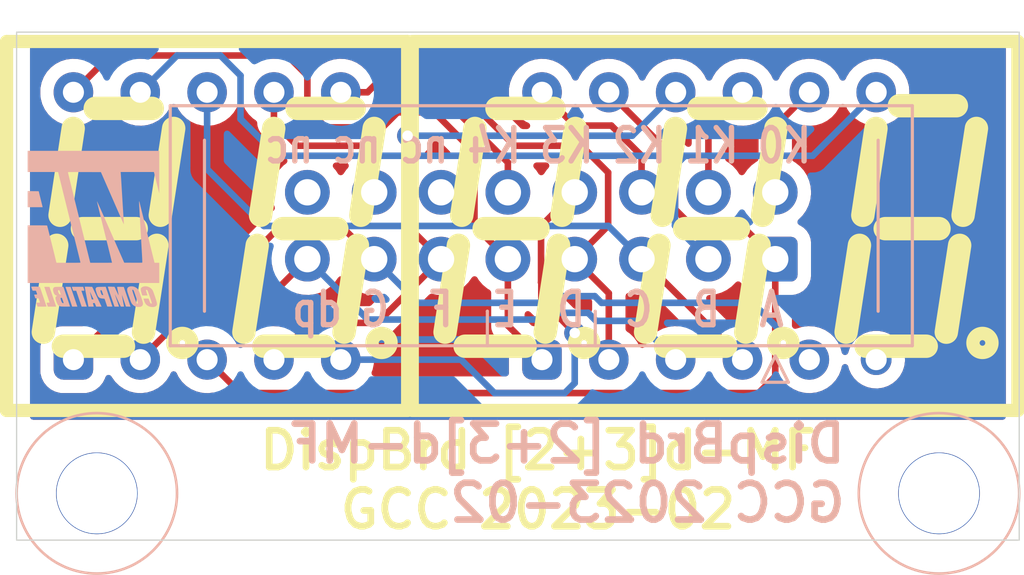
<source format=kicad_pcb>
(kicad_pcb (version 20211014) (generator pcbnew)
  (layers (0 "F.Cu" signal) (31 "B.Cu" signal) (36 "B.SilkS" user "B.Silkscreen") (37 "F.SilkS" user "F.Silkscreen") (38 "B.Mask" user) (39 "F.Mask" user) (44 "Edge.Cuts" user))
  (net 0 "")
  (net 1 "/K_SegA")
  (net 2 "/K_SegB")
  (net 3 "/K_SegC")
  (net 4 "/K_SegDP")
  (net 5 "/A0")
  (net 6 "/K_SegD")
  (net 7 "/K_SegE")
  (net 8 "/K_SegG")
  (net 9 "/K_SegF")
  (net 10 "/A1")
  (net 11 "/A2")
  (net 12 "/A3")
  (net 13 "/A4")
  (footprint "GCC_Display:Disp7s2x_036" (layer "F.Cu") (at 32.639 30.226)
    (fp_text reference "S9" hide)
    (fp_text value "LEDDSP2_CA" hide)
    (fp_line (start 6.35 -3.70586) (end 5.842 -0.4064) (layer "F.SilkS") (width 0.889))
    (fp_line (start 3.42138 -4.46786) (end 5.588 -4.46786) (layer "F.SilkS") (width 0.889))
    (fp_line (start 1.905 0.7366) (end 1.397 4.03606) (layer "F.SilkS") (width 0.889))
    (fp_line (start 5.71246 0.7366) (end 5.20446 4.03606) (layer "F.SilkS") (width 0.889))
    (fp_line (start -4.24942 -4.46786) (end -2.0828 -4.46786) (layer "F.SilkS") (width 0.889))
    (fp_line (start 7.62 7.0104) (end -7.62 7.0104) (layer "F.SilkS") (width 0.5))
    (fp_line (start -1.90754 0.7366) (end -2.41554 4.03606) (layer "F.SilkS") (width 0.889))
    (fp_line (start 2.159 4.56946) (end 4.44246 4.56946) (layer "F.SilkS") (width 0.889))
    (fp_line (start -7.62 -7.0104) (end 7.62 -7.0104) (layer "F.SilkS") (width 0.5))
    (fp_line (start -5.08762 -3.70586) (end -5.588 -0.4064) (layer "F.SilkS") (width 0.889))
    (fp_line (start -5.461 4.56946) (end -3.17754 4.56946) (layer "F.SilkS") (width 0.889))
    (fp_line (start 2.53238 -3.70586) (end 2.032 -0.4064) (layer "F.SilkS") (width 0.889))
    (fp_line (start -1.27 -3.70586) (end -1.778 -0.4064) (layer "F.SilkS") (width 0.889))
    (fp_line (start 7.62 -7.0104) (end 7.62 7.0104) (layer "F.SilkS") (width 0.5))
    (fp_line (start -5.715 0.7366) (end -6.223 4.03606) (layer "F.SilkS") (width 0.889))
    (fp_line (start 4.9276 0.1016) (end 2.8829 0.1016) (layer "F.SilkS") (width 0.889))
    (fp_line (start -2.6924 0.1016) (end -4.7371 0.1016) (layer "F.SilkS") (width 0.889))
    (fp_line (start -7.62 7.0104) (end -7.62 -7.0104) (layer "F.SilkS") (width 0.5))
    (fp_circle (center 6.6294 4.445) (end 6.8834 4.18846) (layer "F.SilkS") (width 0.508) (fill none))
    (fp_circle (center -0.9398 4.445) (end -0.6858 4.18846) (layer "F.SilkS") (width 0.508) (fill none))
    (pad "1" thru_hole roundrect locked (at -5.08 5.08 90) (size 1.524 1.50114) (drill 0.8001) (layers *.Cu *.Mask) (net 8 "/K_SegG"))
    (pad "2" thru_hole oval locked (at -2.54 5.08 90) (size 1.524 1.50114) (drill 0.8001) (layers *.Cu *.Mask) (net 4 "/K_SegDP"))
    (pad "3" thru_hole oval locked (at 0 5.08 90) (size 1.524 1.50114) (drill 0.8001) (layers *.Cu *.Mask) (net 1 "/K_SegA"))
    (pad "4" thru_hole oval locked (at 2.54 5.08 90) (size 1.524 1.50114) (drill 0.8001) (layers *.Cu *.Mask) (net 9 "/K_SegF"))
    (pad "5" thru_hole oval locked (at 5.08 5.08 90) (size 1.524 1.50114) (drill 0.8001) (layers *.Cu *.Mask) (net 12 "/A3"))
    (pad "6" thru_hole oval locked (at 5.08 -5.08 90) (size 1.524 1.50114) (drill 0.8001) (layers *.Cu *.Mask) (net 6 "/K_SegD"))
    (pad "7" thru_hole oval locked (at 2.54 -5.08 90) (size 1.524 1.50114) (drill 0.8001) (layers *.Cu *.Mask) (net 7 "/K_SegE"))
    (pad "8" thru_hole oval locked (at 0 -5.08 90) (size 1.524 1.50114) (drill 0.8001) (layers *.Cu *.Mask) (net 3 "/K_SegC"))
    (pad "9" thru_hole oval locked (at -2.54 -5.08 90) (size 1.524 1.50114) (drill 0.8001) (layers *.Cu *.Mask) (net 2 "/K_SegB"))
    (pad "10" thru_hole oval locked (at -5.08 -5.08 90) (size 1.524 1.50114) (drill 0.8001) (layers *.Cu *.Mask) (net 13 "/A4"))
  )
  (footprint "GCC_Display:Disp7s3x_036" (layer "F.Cu") (at 51.7144 30.226)
    (fp_text reference "S8" hide)
    (fp_text value "LEDDSP3_CA" hide)
    (fp_line (start 10.16 -3.70586) (end 9.652 -0.4064) (layer "F.SilkS") (width 0.889))
    (fp_line (start 8.7376 0.1016) (end 6.6929 0.1016) (layer "F.SilkS") (width 0.889))
    (fp_line (start 2.54 -3.70586) (end 2.032 -0.4064) (layer "F.SilkS") (width 0.889))
    (fp_line (start -8.05942 -4.46786) (end -5.8928 -4.46786) (layer "F.SilkS") (width 0.889))
    (fp_line (start -5.08 -3.70586) (end -5.588 -0.4064) (layer "F.SilkS") (width 0.889))
    (fp_line (start -0.38862 -4.46786) (end 1.778 -4.46786) (layer "F.SilkS") (width 0.889))
    (fp_line (start -6.5024 0.1016) (end -8.5471 0.1016) (layer "F.SilkS") (width 0.889))
    (fp_line (start -1.651 4.56946) (end 0.63246 4.56946) (layer "F.SilkS") (width 0.889))
    (fp_line (start -5.71754 0.7366) (end -6.22554 4.03606) (layer "F.SilkS") (width 0.889))
    (fp_line (start 5.715 0.7366) (end 5.207 4.03606) (layer "F.SilkS") (width 0.889))
    (fp_line (start -1.905 0.7366) (end -2.413 4.03606) (layer "F.SilkS") (width 0.889))
    (fp_line (start -8.89762 -3.70586) (end -9.398 -0.4064) (layer "F.SilkS") (width 0.889))
    (fp_line (start 11.7348 -7.0104) (end 11.7348 7.0104) (layer "F.SilkS") (width 0.5))
    (fp_line (start -11.2268 -7.0104) (end 11.7348 -7.0104) (layer "F.SilkS") (width 0.5))
    (fp_line (start 5.969 4.56946) (end 8.25246 4.56946) (layer "F.SilkS") (width 0.889))
    (fp_line (start -11.2776 7.0104) (end -11.2776 -7.0104) (layer "F.SilkS") (width 0.5))
    (fp_line (start 1.90246 0.7366) (end 1.39446 4.03606) (layer "F.SilkS") (width 0.889))
    (fp_line (start 9.52246 0.7366) (end 9.01446 4.03606) (layer "F.SilkS") (width 0.889))
    (fp_line (start 11.7348 7.0104) (end -11.2776 7.0104) (layer "F.SilkS") (width 0.5))
    (fp_line (start 6.34238 -3.70586) (end 5.842 -0.4064) (layer "F.SilkS") (width 0.889))
    (fp_line (start 1.1176 0.1016) (end -0.9271 0.1016) (layer "F.SilkS") (width 0.889))
    (fp_line (start -9.525 0.7366) (end -10.033 4.03606) (layer "F.SilkS") (width 0.889))
    (fp_line (start -9.271 4.56946) (end -6.98754 4.56946) (layer "F.SilkS") (width 0.889))
    (fp_line (start -1.27762 -3.70586) (end -1.778 -0.4064) (layer "F.SilkS") (width 0.889))
    (fp_line (start 7.23138 -4.56946) (end 9.398 -4.56946) (layer "F.SilkS") (width 0.889))
    (fp_circle (center -4.7498 4.445) (end -4.4958 4.18846) (layer "F.SilkS") (width 0.508) (fill none))
    (fp_circle (center 10.3886 4.445) (end 10.6426 4.18846) (layer "F.SilkS") (width 0.508) (fill none))
    (fp_circle (center 2.8194 4.445) (end 3.0734 4.18846) (layer "F.SilkS") (width 0.508) (fill none))
    (pad "1" thru_hole roundrect locked (at -6.35 5.08 90) (size 1.524 1.50114) (drill 0.8001) (layers *.Cu *.Mask) (net 7 "/K_SegE"))
    (pad "2" thru_hole oval locked (at -3.81 5.08 90) (size 1.524 1.50114) (drill 0.8001) (layers *.Cu *.Mask) (net 6 "/K_SegD"))
    (pad "3" thru_hole oval locked (at -1.27 5.08 90) (size 1.524 1.50114) (drill 0.8001) (layers *.Cu *.Mask) (net 4 "/K_SegDP"))
    (pad "4" thru_hole oval locked (at 1.27 5.08 90) (size 1.524 1.50114) (drill 0.8001) (layers *.Cu *.Mask) (net 3 "/K_SegC"))
    (pad "5" thru_hole oval locked (at 3.81 5.08 90) (size 1.524 1.50114) (drill 0.8001) (layers *.Cu *.Mask) (net 8 "/K_SegG"))
    (pad "6" thru_hole oval locked (at 6.35 5.08 90) (size 1.1684 1.1684) (drill 0.8001) (layers F&B.Cu *.Mask))
    (pad "7" thru_hole oval locked (at 6.35 -5.08 90) (size 1.524 1.50114) (drill 0.8001) (layers *.Cu *.Mask) (net 2 "/K_SegB"))
    (pad "8" thru_hole oval locked (at 3.81 -5.08 90) (size 1.524 1.50114) (drill 0.8001) (layers *.Cu *.Mask) (net 5 "/A0"))
    (pad "9" thru_hole oval locked (at 1.27 -5.08 90) (size 1.524 1.50114) (drill 0.8001) (layers *.Cu *.Mask) (net 10 "/A1"))
    (pad "10" thru_hole oval locked (at -1.27 -5.08 90) (size 1.524 1.50114) (drill 0.8001) (layers *.Cu *.Mask) (net 9 "/K_SegF"))
    (pad "11" thru_hole oval locked (at -3.81 -5.08 90) (size 1.524 1.50114) (drill 0.8001) (layers *.Cu *.Mask) (net 1 "/K_SegA"))
    (pad "12" thru_hole oval locked (at -6.34746 -5.08 90) (size 1.524 1.50114) (drill 0.8001) (layers *.Cu *.Mask) (net 11 "/A2"))
  )
  (footprint "GCC_holes:Hole3mm" (layer "B.Cu") (at 28.448 40.386)
    (fp_text reference "H15" hide)
    (fp_text value "MountingHole" hide)
    (fp_circle (center 0 0) (end 0 3.048) (layer "B.SilkS") (width 0.1) (fill none))
    (pad "" np_thru_hole circle locked (at 0 0) (size 3.1 3.1) (drill 3.05) (layers F&B.Cu *.Mask))
  )
  (footprint "GCC_holes:Hole3mm" (layer "B.Cu") (at 60.452 40.386)
    (fp_text reference "H16" hide)
    (fp_text value "MountingHole" hide)
    (fp_circle (center 0 0) (end 0 3.048) (layer "B.SilkS") (width 0.1) (fill none))
    (pad "" np_thru_hole circle locked (at 0 0) (size 3.1 3.1) (drill 3.05) (layers F&B.Cu *.Mask))
  )
  (footprint "Connector_IDC:IDC-Header_2x08_P2.54mm_Vertical" (layer "B.Cu") (at 54.229 31.4865 90)
    (fp_text reference "P10" hide)
    (fp_text value "Conn_02x08_Odd_Even")
    (fp_line (start -1.98 -10.94) (end -1.98 -10.94) (layer "B.SilkS") (width 0.12))
    (fp_line (start -1.98 3.91) (end 4.52 3.91) (layer "B.SilkS") (width 0.12))
    (fp_line (start -1.98 -10.94) (end -3.29 -10.94) (layer "B.SilkS") (width 0.12))
    (fp_line (start -3.29 -6.84) (end -1.98 -6.84) (layer "B.SilkS") (width 0.12))
    (fp_line (start -3.29 -22.99) (end -3.29 5.21) (layer "B.SilkS") (width 0.12))
    (fp_line (start -4.68 -0.5) (end -3.68 0) (layer "B.SilkS") (width 0.12))
    (fp_line (start -3.68 0) (end -4.68 0.5) (layer "B.SilkS") (width 0.12))
    (fp_line (start 5.83 5.21) (end 5.83 -22.99) (layer "B.SilkS") (width 0.12))
    (fp_line (start -4.68 0.5) (end -4.68 -0.5) (layer "B.SilkS") (width 0.12))
    (fp_line (start -3.29 5.21) (end 5.83 5.21) (layer "B.SilkS") (width 0.12))
    (fp_line (start 5.83 -22.99) (end -3.29 -22.99) (layer "B.SilkS") (width 0.12))
    (fp_line (start 4.52 -21.69) (end -1.98 -21.69) (layer "B.SilkS") (width 0.12))
    (pad "1" thru_hole roundrect (at 0 0 90) (size 1.7 1.7) (drill 1) (layers *.Cu *.Mask) (roundrect_rratio 0.147059) (net 1 "/K_SegA"))
    (pad "2" thru_hole circle (at 2.54 0 90) (size 1.7 1.7) (drill 1) (layers *.Cu *.Mask) (net 5 "/A0"))
    (pad "3" thru_hole circle (at 0 -2.54 90) (size 1.7 1.7) (drill 1) (layers *.Cu *.Mask) (net 2 "/K_SegB"))
    (pad "4" thru_hole circle (at 2.54 -2.54 90) (size 1.7 1.7) (drill 1) (layers *.Cu *.Mask) (net 10 "/A1"))
    (pad "5" thru_hole circle (at 0 -5.08 90) (size 1.7 1.7) (drill 1) (layers *.Cu *.Mask) (net 3 "/K_SegC"))
    (pad "6" thru_hole circle (at 2.54 -5.08 90) (size 1.7 1.7) (drill 1) (layers *.Cu *.Mask) (net 11 "/A2"))
    (pad "7" thru_hole circle (at 0 -7.62 90) (size 1.7 1.7) (drill 1) (layers *.Cu *.Mask) (net 6 "/K_SegD"))
    (pad "8" thru_hole circle (at 2.54 -7.62 90) (size 1.7 1.7) (drill 1) (layers *.Cu *.Mask) (net 12 "/A3"))
    (pad "9" thru_hole circle (at 0 -10.16 90) (size 1.7 1.7) (drill 1) (layers *.Cu *.Mask) (net 7 "/K_SegE"))
    (pad "10" thru_hole circle (at 2.54 -10.16 90) (size 1.7 1.7) (drill 1) (layers *.Cu *.Mask) (net 13 "/A4"))
    (pad "11" thru_hole circle (at 0 -12.7 90) (size 1.7 1.7) (drill 1) (layers *.Cu *.Mask) (net 9 "/K_SegF"))
    (pad "12" thru_hole circle (at 2.54 -12.7 90) (size 1.7 1.7) (drill 1) (layers *.Cu *.Mask))
    (pad "13" thru_hole circle (at 0 -15.24 90) (size 1.7 1.7) (drill 1) (layers *.Cu *.Mask) (net 8 "/K_SegG"))
    (pad "14" thru_hole circle (at 2.54 -15.24 90) (size 1.7 1.7) (drill 1) (layers *.Cu *.Mask))
    (pad "15" thru_hole circle (at 0 -17.78 90) (size 1.7 1.7) (drill 1) (layers *.Cu *.Mask) (net 4 "/K_SegDP"))
    (pad "16" thru_hole circle (at 2.54 -17.78 90) (size 1.7 1.7) (drill 1) (layers *.Cu *.Mask))
  )
  (footprint "GCC_Logos:MF_compatible_5x6mm" (layer "B.Cu") (at 28.321 30.353 180)
    (fp_text reference "G***")
    (fp_text value "LOGO" hide)
    (fp_poly (pts (xy -0.309536 -2.185634) (xy -0.249836 -2.186851) (xy -0.202765 -2.188823) (xy -0.16659 -2.191981) (xy -0.139572 -2.196754) (xy -0.119976 -2.203572) (xy -0.106067 -2.212866) (xy -0.096106 -2.225064) (xy -0.088454 -2.240368) (xy -0.083404 -2.256262) (xy -0.081686 -2.273945) (xy -0.083672 -2.295757) (xy -0.089733 -2.324036) (xy -0.10024 -2.36112) (xy -0.114971 -2.407537) (xy -0.136531 -2.469318) (xy -0.157503 -2.518453) (xy -0.179566 -2.556487) (xy -0.2044 -2.584964) (xy -0.233686 -2.605429) (xy -0.269102 -2.619426) (xy -0.31233 -2.628499) (xy -0.361154 -2.633884) (xy -0.42041 -2.638692) (xy -0.47099 -2.786941) (xy -0.52157 -2.935191) (xy -0.620898 -2.937195) (xy -0.661753 -2.937751) (xy -0.690018 -2.937404) (xy -0.707452 -2.936022) (xy -0.715812 -2.933475) (xy -0.717011 -2.93001) (xy -0.714161 -2.921638) (xy -0.707145 -2.900931) (xy -0.696394 -2.869169) (xy -0.682342 -2.827632) (xy -0.665421 -2.777599) (xy -0.646065 -2.720351) (xy -0.624707 -2.657166) (xy -0.601778 -2.589326) (xy -0.589193 -2.552084) (xy -0.571755 -2.500481) (xy -0.372574 -2.500481) (xy -0.351548 -2.500481) (xy -0.331262 -2.495922) (xy -0.317041 -2.486999) (xy -0.309068 -2.474577) (xy -0.29856 -2.452101) (xy -0.28715 -2.423267) (xy -0.28044 -2.404121) (xy -0.268972 -2.366567) (xy -0.263894 -2.340422) (xy -0.265434 -2.32411) (xy -0.273823 -2.316058) (xy -0.289288 -2.314689) (xy -0.293393 -2.315096) (xy -0.301099 -2.317165) (xy -0.307792 -2.322764) (xy -0.314603 -2.334075) (xy -0.322664 -2.353283) (xy -0.333105 -2.38257) (xy -0.341978 -2.408868) (xy -0.372574 -2.500481) (xy -0.571755 -2.500481) (xy -0.46459 -2.183348)) (layer "B.SilkS") (width 0) (fill solid))
    (fp_poly (pts (xy -1.907414 -2.172321) (xy -1.863158 -2.188434) (xy -1.829964 -2.208707) (xy -1.80907 -2.232667) (xy -1.798918 -2.263112) (xy -1.797949 -2.302843) (xy -1.798122 -2.305232) (xy -1.80199 -2.332246) (xy -1.809577 -2.367618) (xy -1.819683 -2.406204) (xy -1.828149 -2.434017) (xy -1.854524 -2.514851) (xy -1.949968 -2.514851) (xy -1.985571 -2.514558) (xy -2.015781 -2.513755) (xy -2.037807 -2.512557) (xy -2.048854 -2.51108) (xy -2.049526 -2.510738) (xy -2.048853 -2.50281) (xy -2.044173 -2.483887) (xy -2.036205 -2.456544) (xy -2.025671 -2.423355) (xy -2.021891 -2.411969) (xy -2.01059 -2.376945) (xy -2.001576 -2.346428) (xy -1.995601 -2.323166) (xy -1.993413 -2.309904) (xy -1.993601 -2.308303) (xy -2.00314 -2.300633) (xy -2.019346 -2.300161) (xy -2.03679 -2.306323) (xy -2.046377 -2.313783) (xy -2.051971 -2.324014) (xy -2.0614 -2.346107) (xy -2.073993 -2.378279) (xy -2.089076 -2.418747) (xy -2.105977 -2.465727) (xy -2.124025 -2.517436) (xy -2.13239 -2.541916) (xy -2.155883 -2.611184) (xy -2.175043 -2.668061) (xy -2.190144 -2.713768) (xy -2.20146 -2.749526) (xy -2.209264 -2.776555) (xy -2.213831 -2.796078) (xy -2.215434 -2.809314) (xy -2.214347 -2.817486) (xy -2.210844 -2.821813) (xy -2.205199 -2.823517) (xy -2.197686 -2.823819) (xy -2.195621 -2.823819) (xy -2.182741 -2.821419) (xy -2.171065 -2.813037) (xy -2.159433 -2.796898) (xy -2.146685 -2.771229) (xy -2.13166 -2.734256) (xy -2.124384 -2.714909) (xy -2.094204 -2.633409) (xy -2.001532 -2.631389) (xy -1.966243 -2.631086) (xy -1.936138 -2.631706) (xy -1.914138 -2.633125) (xy -1.90316 -2.63522) (xy -1.902661 -2.635567) (xy -1.902644 -2.644328) (xy -1.907218 -2.663223) (xy -1.915314 -2.689178) (xy -1.925863 -2.719117) (xy -1.937797 -2.749965) (xy -1.950046 -2.778648) (xy -1.958598 -2.7965) (xy -1.992231 -2.846957) (xy -2.036215 -2.888767) (xy -2.088844 -2.921105) (xy -2.148413 -2.943145) (xy -2.213218 -2.954063) (xy -2.281553 -2.953032) (xy -2.281919 -2.952994) (xy -2.32605 -2.943603) (xy -2.363601 -2.926283) (xy -2.391701 -2.902581) (xy -2.401495 -2.888486) (xy -2.408594 -2.872319) (xy -2.412627 -2.85393) (xy -2.41332 -2.831843) (xy -2.410402 -2.80458) (xy -2.403601 -2.770664) (xy -2.392644 -2.728616) (xy -2.37726 -2.67696) (xy -2.357176 -2.614218) (xy -2.343211 -2.571999) (xy -2.325315 -2.519135) (xy -2.307625 -2.468327) (xy -2.290986 -2.421889) (xy -2.276238 -2.382134) (xy -2.264225 -2.351374) (xy -2.25579 -2.331922) (xy -2.25566 -2.331658) (xy -2.224031 -2.282412) (xy -2.182544 -2.2406) (xy -2.13349 -2.20706) (xy -2.079159 -2.182625) (xy -2.021842 -2.168134) (xy -1.96383 -2.16442)) (layer "B.SilkS") (width 0) (fill solid))
    (fp_poly (pts (xy 2.500481 0.840679) (xy 1.931702 0.840679) (xy 1.936787 0.863834) (xy 1.939599 0.875769) (xy 1.945468 0.900013) (xy 1.953992 0.934927) (xy 1.964769 0.978872) (xy 1.977396 1.03021) (xy 1.991471 1.087301) (xy 2.006593 1.148507) (xy 2.011271 1.167413) (xy 2.080668 1.447836) (xy 2.290575 1.449741) (xy 2.500481 1.451646)) (layer "B.SilkS") (width 0) (fill solid))
    (fp_poly (pts (xy 1.035081 -2.185711) (xy 1.052446 -2.187099) (xy 1.060744 -2.189659) (xy 1.061906 -2.193101) (xy 1.059056 -2.201474) (xy 1.052039 -2.222181) (xy 1.041289 -2.253942) (xy 1.027238 -2.295475) (xy 1.010321 -2.345499) (xy 0.990969 -2.402735) (xy 0.969616 -2.465901) (xy 0.946696 -2.533718) (xy 0.934253 -2.570537) (xy 0.809816 -2.938783) (xy 0.611569 -2.938783) (xy 0.716107 -2.631612) (xy 0.738664 -2.565333) (xy 0.760612 -2.50084) (xy 0.781344 -2.439922) (xy 0.800251 -2.384364) (xy 0.816725 -2.335955) (xy 0.830158 -2.296481) (xy 0.839942 -2.26773) (xy 0.843872 -2.256181) (xy 0.867098 -2.187921) (xy 0.966109 -2.185916) (xy 1.00689 -2.18536)) (layer "B.SilkS") (width 0) (fill solid))
    (fp_poly (pts (xy 2.500481 2.177143) (xy 1.344204 2.177143) (xy 1.337062 2.150198) (xy 1.330765 2.125232) (xy 1.324113 2.097144) (xy 1.322706 2.09092) (xy 1.319893 2.079071) (xy 1.31389 2.054374) (xy 1.304969 2.017928) (xy 1.293401 1.97083) (xy 1.279456 1.914182) (xy 1.263406 1.849081) (xy 1.245521 1.776627) (xy 1.226072 1.697919) (xy 1.205331 1.614057) (xy 1.183567 1.526138) (xy 1.171291 1.476577) (xy 1.146128 1.375005) (xy 1.119656 1.268123) (xy 1.092418 1.158123) (xy 1.064956 1.0472) (xy 1.037813 0.937546) (xy 1.011532 0.831355) (xy 0.986656 0.730821) (xy 0.963729 0.638136) (xy 0.943291 0.555495) (xy 0.929419 0.499378) (xy 0.91269 0.431707) (xy 0.89296 0.351933) (xy 0.870688 0.261902) (xy 0.846329 0.163459) (xy 0.820341 0.058449) (xy 0.793179 -0.051282) (xy 0.765302 -0.163888) (xy 0.737166 -0.277523) (xy 0.709228 -0.390344) (xy 0.681944 -0.500502) (xy 0.663767 -0.57388) (xy 0.639961 -0.670075) (xy 0.61716 -0.7624) (xy 0.595602 -0.84989) (xy 0.575521 -0.93158) (xy 0.557153 -1.006504) (xy 0.540733 -1.073697) (xy 0.526498 -1.132194) (xy 0.514683 -1.181029) (xy 0.505524 -1.219238) (xy 0.499256 -1.245854) (xy 0.496116 -1.259914) (xy 0.495785 -1.261871) (xy 0.497634 -1.263917) (xy 0.503825 -1.265671) (xy 0.515325 -1.267154) (xy 0.5331 -1.268387) (xy 0.558116 -1.269392) (xy 0.591341 -1.270188) (xy 0.63374 -1.270798) (xy 0.686281 -1.271242) (xy 0.749929 -1.271542) (xy 0.825651 -1.271717) (xy 0.914415 -1.271791) (xy 0.951333 -1.271796) (xy 1.40688 -1.271796) (xy 1.43639 -1.151443) (xy 1.471549 -1.008248) (xy 1.505436 -0.870622) (xy 1.537904 -0.739154) (xy 1.568805 -0.614429) (xy 1.597991 -0.497035) (xy 1.625313 -0.38756) (xy 1.650623 -0.28659) (xy 1.673774 -0.194712) (xy 1.694617 -0.112515) (xy 1.713004 -0.040584) (xy 1.728787 0.020493) (xy 1.741819 0.070129) (xy 1.75195 0.107737) (xy 1.759033 0.132729) (xy 1.76292 0.144518) (xy 1.76344 0.145392) (xy 1.771939 0.146423) (xy 1.79342 0.147391) (xy 1.826494 0.148277) (xy 1.869772 0.14906) (xy 1.921866 0.149721) (xy 1.981386 0.15024) (xy 2.046944 0.150596) (xy 2.11715 0.150769) (xy 2.135828 0.150781) (xy 2.500481 0.150891) (xy 2.500481 -2.040622) (xy -2.50048 -2.040622) (xy -2.50048 -1.271796) (xy -2.321402 -1.271796) (xy -2.313897 -1.243925) (xy -2.310925 -1.232334) (xy -2.304807 -1.208013) (xy -2.295844 -1.172179) (xy -2.284342 -1.126053) (xy -2.270603 -1.070852) (xy -2.25493 -1.007796) (xy -2.237627 -0.938104) (xy -2.218997 -0.862995) (xy -2.199343 -0.783688) (xy -2.188315 -0.739158) (xy -2.166617 -0.651534) (xy -2.142068 -0.552418) (xy -2.115276 -0.444265) (xy -2.08685 -0.329531) (xy -2.057399 -0.210672) (xy -2.027531 -0.090142) (xy -1.997854 0.029602) (xy -1.968977 0.146105) (xy -1.941509 0.256911) (xy -1.923258 0.330524) (xy -1.90057 0.422058) (xy -1.878567 0.510887) (xy -1.85754 0.595834) (xy -1.837778 0.675727) (xy -1.819572 0.749391) (xy -1.803211 0.815653) (xy -1.788985 0.873337) (xy -1.777185 0.92127) (xy -1.768099 0.958279) (xy -1.762019 0.983189) (xy -1.759998 0.99157) (xy -1.752421 1.021542) (xy -1.745353 1.046339) (xy -1.739813 1.062536) (xy -1.737687 1.066656) (xy -1.735587 1.067823) (xy -1.733983 1.065386) (xy -1.73291 1.058374) (xy -1.732401 1.045818) (xy -1.732489 1.026747) (xy -1.733208 1.00019) (xy -1.734591 0.965178) (xy -1.736672 0.920739) (xy -1.739485 0.865904) (xy -1.743063 0.799701) (xy -1.747439 0.721162) (xy -1.752647 0.629314) (xy -1.753032 0.622558) (xy -1.757661 0.541381) (xy -1.762928 0.448885) (xy -1.768662 0.348099) (xy -1.774691 0.24205) (xy -1.780843 0.133768) (xy -1.786945 0.026281) (xy -1.792826 -0.077382) (xy -1.798313 -0.174193) (xy -1.799842 -0.201188) (xy -1.804993 -0.292106) (xy -1.810438 -0.388154) (xy -1.81603 -0.486724) (xy -1.821619 -0.585209) (xy -1.827059 -0.681002) (xy -1.832201 -0.771494) (xy -1.836896 -0.854079) (xy -1.840998 -0.926149) (xy -1.842678 -0.955643) (xy -1.846246 -1.020512) (xy -1.84932 -1.080931) (xy -1.851841 -1.135394) (xy -1.853753 -1.182393) (xy -1.854995 -1.220423) (xy -1.85551 -1.247977) (xy -1.85524 -1.263547) (xy -1.854716 -1.266478) (xy -1.84666 -1.26754) (xy -1.825661 -1.268456) (xy -1.793148 -1.269211) (xy -1.750549 -1.269791) (xy -1.699292 -1.270181) (xy -1.640804 -1.270367) (xy -1.576515 -1.270332) (xy -1.50935 -1.270071) (xy -1.16935 -1.268204) (xy -0.847971 -0.538897) (xy -0.80024 -0.430582) (xy -0.750683 -0.318131) (xy -0.700035 -0.203206) (xy -0.649029 -0.087473) (xy -0.598399 0.027403) (xy -0.548878 0.139759) (xy -0.5012 0.247929) (xy -0.456099 0.350249) (xy -0.414309 0.445053) (xy -0.376563 0.530679) (xy -0.343595 0.605461) (xy -0.332313 0.631049) (xy -0.299308 0.705665) (xy -0.267944 0.776104) (xy -0.238703 0.84131) (xy -0.212069 0.900229) (xy -0.188524 0.951806) (xy -0.168552 0.994986) (xy -0.152636 1.028715) (xy -0.141258 1.051936) (xy -0.134902 1.063597) (xy -0.13374 1.064738) (xy -0.133533 1.062515) (xy -0.134125 1.057312) (xy -0.135647 1.048591) (xy -0.138231 1.035814) (xy -0.142008 1.018444) (xy -0.147107 0.995944) (xy -0.153661 0.967775) (xy -0.161801 0.9334) (xy -0.171656 0.892281) (xy -0.183359 0.843882) (xy -0.19704 0.787664) (xy -0.21283 0.72309) (xy -0.230859 0.649622) (xy -0.25126 0.566722) (xy -0.274163 0.473854) (xy -0.299699 0.370479) (xy -0.327999 0.25606) (xy -0.359194 0.130059) (xy -0.393415 -0.008061) (xy -0.430792 -0.158838) (xy -0.471457 -0.322809) (xy -0.48852 -0.391598) (xy -0.523291 -0.5318) (xy -0.55468 -0.658446) (xy -0.582782 -0.771924) (xy -0.607694 -0.872622) (xy -0.62951 -0.960929) (xy -0.648327 -1.037232) (xy -0.664239 -1.101919) (xy -0.677342 -1.155378) (xy -0.687732 -1.197997) (xy -0.695504 -1.230163) (xy -0.700753 -1.252266) (xy -0.703575 -1.264692) (xy -0.704158 -1.267859) (xy -0.697184 -1.268579) (xy -0.677109 -1.269257) (xy -0.645201 -1.26988) (xy -0.60273 -1.270437) (xy -0.550964 -1.270914) (xy -0.491173 -1.271301) (xy -0.424626 -1.271584) (xy -0.352591 -1.271753) (xy -0.291281 -1.271796) (xy 0.121596 -1.271796) (xy 0.128808 -1.244851) (xy 0.131614 -1.233846) (xy 0.137598 -1.209977) (xy 0.146491 -1.17433) (xy 0.158024 -1.127991) (xy 0.171925 -1.072047) (xy 0.187926 -1.007585) (xy 0.205757 -0.93569) (xy 0.225148 -0.857449) (xy 0.24583 -0.773949) (xy 0.267532 -0.686276) (xy 0.279997 -0.635898) (xy 0.30638 -0.529251) (xy 0.335024 -0.413477) (xy 0.365254 -0.291293) (xy 0.3964 -0.165419) (xy 0.427788 -0.038571) (xy 0.458746 0.086533) (xy 0.488601 0.207176) (xy 0.516681 0.320639) (xy 0.542313 0.424204) (xy 0.553806 0.470637) (xy 0.599425 0.654953) (xy 0.641705 0.825808) (xy 0.680764 0.983687) (xy 0.716724 1.129078) (xy 0.749702 1.262466) (xy 0.779819 1.384337) (xy 0.807194 1.495179) (xy 0.831946 1.595477) (xy 0.854195 1.685718) (xy 0.874061 1.766389) (xy 0.891662 1.837975) (xy 0.907118 1.900964) (xy 0.92055 1.955841) (xy 0.932075 2.003092) (xy 0.941814 2.043205) (xy 0.949886 2.076666) (xy 0.95641 2.103961) (xy 0.961507 2.125576) (xy 0.965295 2.141997) (xy 0.967894 2.153712) (xy 0.969423 2.161207) (xy 0.970002 2.164967) (xy 0.970015 2.165278) (xy 0.969242 2.167365) (xy 0.966338 2.169188) (xy 0.960424 2.170762) (xy 0.95062 2.1721) (xy 0.936046 2.173218) (xy 0.915825 2.174129) (xy 0.889075 2.174847) (xy 0.854919 2.175386) (xy 0.812477 2.175761) (xy 0.76087 2.175987) (xy 0.699217 2.176076) (xy 0.626641 2.176044) (xy 0.542262 2.175904) (xy 0.4452 2.175671) (xy 0.34397 2.175386) (xy -0.282074 2.17355) (xy -0.704759 1.207129) (xy -0.763932 1.071833) (xy -0.817614 0.949095) (xy -0.866074 0.838306) (xy -0.909582 0.738858) (xy -0.948406 0.650143) (xy -0.982817 0.571554) (xy -1.013084 0.502482) (xy -1.039478 0.44232) (xy -1.062266 0.390458) (xy -1.081719 0.34629) (xy -1.098107 0.309208) (xy -1.111699 0.278603) (xy -1.122764 0.253867) (xy -1.131573 0.234392) (xy -1.138394 0.219571) (xy -1.143497 0.208796) (xy -1.147152 0.201458) (xy -1.149629 0.196949) (xy -1.151196 0.194662) (xy -1.152124 0.193989) (xy -1.152683 0.194321) (xy -1.15314 0.19505) (xy -1.153361 0.195323) (xy -1.153694 0.202988) (xy -1.153178 0.223251) (xy -1.151896 0.254373) (xy -1.149931 0.294609) (xy -1.147363 0.34222) (xy -1.144277 0.395464) (xy -1.142522 0.424345) (xy -1.137227 0.510346) (xy -1.131208 0.608407) (xy -1.124604 0.716244) (xy -1.117553 0.831572) (xy -1.110196 0.952106) (xy -1.102672 1.075564) (xy -1.095118 1.199659) (xy -1.087675 1.322107) (xy -1.080482 1.440625) (xy -1.073678 1.552927) (xy -1.067401 1.656729) (xy -1.061791 1.749746) (xy -1.059853 1.781952) (xy -1.055878 1.847525) (xy -1.051995 1.910563) (xy -1.048325 1.969177) (xy -1.044989 2.021478) (xy -1.042106 2.065577) (xy -1.039799 2.099585) (xy -1.038189 2.121612) (xy -1.037907 2.12505) (xy -1.033455 2.177143) (xy -2.296337 2.177143) (xy -2.397871 1.769378) (xy -2.499406 1.361613) (xy -2.50048 2.981895) (xy 2.500481 2.981895)) (layer "B.SilkS") (width 0) (fill solid))
    (fp_poly (pts (xy 0.321079 -2.180461) (xy 0.330693 -2.180966) (xy 0.330939 -2.181053) (xy 0.330389 -2.188359) (xy 0.327338 -2.208472) (xy 0.32202 -2.240089) (xy 0.314669 -2.281909) (xy 0.305517 -2.33263) (xy 0.294799 -2.39095) (xy 0.282748 -2.455569) (xy 0.269597 -2.525183) (xy 0.262746 -2.561126) (xy 0.190545 -2.938783) (xy -0.013011 -2.938783) (xy 0.004273 -2.875963) (xy 0.011921 -2.847598) (xy 0.017836 -2.824586) (xy 0.021147 -2.810365) (xy 0.021556 -2.807702) (xy 0.015111 -2.804538) (xy -0.001287 -2.802595) (xy -0.012574 -2.8023) (xy -0.046704 -2.802336) (xy -0.074998 -2.87056) (xy -0.103293 -2.938783) (xy -0.308425 -2.938783) (xy -0.270354 -2.857949) (xy -0.259153 -2.834185) (xy -0.242666 -2.799233) (xy -0.221746 -2.754897) (xy -0.197245 -2.702983) (xy -0.17769 -2.661557) (xy 0.002703 -2.661557) (xy 0.011462 -2.664884) (xy 0.031429 -2.665742) (xy 0.052263 -2.664719) (xy 0.063004 -2.660414) (xy 0.067859 -2.650981) (xy 0.068209 -2.649576) (xy 0.071094 -2.637612) (xy 0.076783 -2.61424) (xy 0.084653 -2.582006) (xy 0.094084 -2.543458) (xy 0.103721 -2.504121) (xy 0.113632 -2.463249) (xy 0.122089 -2.427505) (xy 0.128588 -2.399095) (xy 0.132623 -2.380226) (xy 0.133693 -2.373108) (xy 0.130461 -2.378842) (xy 0.122319 -2.395378) (xy 0.110322 -2.420446) (xy 0.095527 -2.451775) (xy 0.078991 -2.487094) (xy 0.061769 -2.524132) (xy 0.044918 -2.560619) (xy 0.029495 -2.594283) (xy 0.016555 -2.622855) (xy 0.007155 -2.644063) (xy 0.002705 -2.654689) (xy 0.002703 -2.661557) (xy -0.17769 -2.661557) (xy -0.170014 -2.645296) (xy -0.140905 -2.583641) (xy -0.110772 -2.519824) (xy -0.092789 -2.481744) (xy 0.046705 -2.186374) (xy 0.186818 -2.182506) (xy 0.230233 -2.181431) (xy 0.268589 -2.180717) (xy 0.299624 -2.180386)) (layer "B.SilkS") (width 0) (fill solid))
    (fp_poly (pts (xy 1.835567 -2.185758) (xy 1.85706 -2.186603) (xy 1.867559 -2.187977) (xy 1.868176 -2.188474) (xy 1.865959 -2.195686) (xy 1.859691 -2.214804) (xy 1.849947 -2.244129) (xy 1.8373 -2.28196) (xy 1.822324 -2.326598) (xy 1.805593 -2.376344) (xy 1.787681 -2.429496) (xy 1.769163 -2.484357) (xy 1.750612 -2.539225) (xy 1.732602 -2.592401) (xy 1.715707 -2.642185) (xy 1.700502 -2.686878) (xy 1.68756 -2.72478) (xy 1.677456 -2.75419) (xy 1.670763 -2.77341) (xy 1.668785 -2.778911) (xy 1.670898 -2.783598) (xy 1.6827 -2.786439) (xy 1.706025 -2.787732) (xy 1.723701 -2.787892) (xy 1.750592 -2.788463) (xy 1.770913 -2.789981) (xy 1.781285 -2.792155) (xy 1.781952 -2.792912) (xy 1.779841 -2.801446) (xy 1.774142 -2.820498) (xy 1.765808 -2.846953) (xy 1.758868 -2.868358) (xy 1.735785 -2.938783) (xy 1.416342 -2.938783) (xy 1.513697 -2.653168) (xy 1.535925 -2.587941) (xy 1.557901 -2.523425) (xy 1.578923 -2.461676) (xy 1.598292 -2.404755) (xy 1.615308 -2.35472) (xy 1.629269 -2.313629) (xy 1.639475 -2.283542) (xy 1.641441 -2.277737) (xy 1.671829 -2.187921) (xy 1.770002 -2.185922) (xy 1.805681 -2.185508)) (layer "B.SilkS") (width 0) (fill solid))
    (fp_poly (pts (xy -1.401765 -2.169299) (xy -1.354139 -2.181589) (xy -1.318293 -2.201467) (xy -1.294003 -2.229341) (xy -1.281045 -2.265618) (xy -1.279192 -2.310705) (xy -1.28822 -2.365009) (xy -1.289891 -2.371653) (xy -1.297282 -2.397388) (xy -1.308561 -2.433139) (xy -1.322857 -2.476438) (xy -1.339296 -2.524815) (xy -1.357009 -2.5758) (xy -1.375122 -2.626922) (xy -1.392765 -2.675712) (xy -1.409066 -2.7197) (xy -1.423154 -2.756416) (xy -1.434156 -2.78339) (xy -1.438819 -2.793678) (xy -1.471318 -2.844185) (xy -1.514841 -2.886999) (xy -1.567416 -2.920552) (xy -1.627068 -2.94328) (xy -1.627468 -2.943387) (xy -1.661549 -2.949474) (xy -1.701593 -2.952096) (xy -1.742304 -2.951305) (xy -1.778391 -2.947154) (xy -1.799701 -2.941698) (xy -1.837558 -2.921414) (xy -1.863839 -2.892683) (xy -1.878357 -2.855827) (xy -1.880736 -2.814428) (xy -1.688019 -2.814428) (xy -1.684975 -2.822038) (xy -1.674815 -2.823804) (xy -1.672611 -2.823819) (xy -1.654198 -2.818621) (xy -1.641978 -2.809602) (xy -1.636309 -2.799089) (xy -1.627019 -2.776891) (xy -1.614769 -2.744973) (xy -1.600225 -2.705297) (xy -1.58405 -2.659826) (xy -1.566908 -2.610523) (xy -1.549463 -2.559351) (xy -1.532379 -2.508273) (xy -1.516319 -2.459252) (xy -1.501948 -2.41425) (xy -1.48993 -2.375231) (xy -1.480929 -2.344158) (xy -1.475608 -2.322993) (xy -1.474465 -2.314334) (xy -1.480003 -2.298156) (xy -1.491213 -2.295111) (xy -1.508215 -2.30518) (xy -1.511406 -2.307939) (xy -1.517844 -2.315858) (xy -1.525585 -2.329796) (xy -1.535118 -2.350992) (xy -1.54693 -2.380686) (xy -1.561511 -2.420117) (xy -1.579348 -2.470524) (xy -1.600931 -2.533148) (xy -1.605719 -2.547185) (xy -1.6243 -2.60216) (xy -1.641504 -2.653868) (xy -1.656735 -2.700455) (xy -1.669397 -2.740066) (xy -1.678894 -2.770848) (xy -1.684631 -2.790948) (xy -1.685983 -2.796874) (xy -1.688019 -2.814428) (xy -1.880736 -2.814428) (xy -1.880923 -2.811165) (xy -1.880347 -2.804594) (xy -1.876614 -2.785211) (xy -1.868604 -2.754618) (xy -1.857071 -2.715068) (xy -1.842769 -2.668813) (xy -1.826449 -2.618106) (xy -1.808865 -2.5652) (xy -1.79077 -2.512345) (xy -1.772916 -2.461796) (xy -1.756057 -2.415804) (xy -1.740946 -2.376622) (xy -1.728336 -2.346502) (xy -1.724291 -2.337764) (xy -1.700701 -2.294939) (xy -1.675763 -2.262594) (xy -1.661755 -2.248988) (xy -1.60754 -2.209904) (xy -1.547974 -2.182714) (xy -1.485328 -2.168115) (xy -1.421869 -2.166801)) (layer "B.SilkS") (width 0) (fill solid))
    (fp_poly (pts (xy 2.291951 -2.177389) (xy 2.324142 -2.178121) (xy 2.345577 -2.179542) (xy 2.358063 -2.181804) (xy 2.363405 -2.18506) (xy 2.363961 -2.187035) (xy 2.361627 -2.197709) (xy 2.355348 -2.218412) (xy 2.346205 -2.245709) (xy 2.33963 -2.264277) (xy 2.315299 -2.331626) (xy 2.250398 -2.333685) (xy 2.185498 -2.335743) (xy 2.163357 -2.396932) (xy 2.153484 -2.425318) (xy 2.145878 -2.449274) (xy 2.141686 -2.4651) (xy 2.141217 -2.468523) (xy 2.144214 -2.47388) (xy 2.154832 -2.477103) (xy 2.175512 -2.47863) (xy 2.199226 -2.478925) (xy 2.229668 -2.479563) (xy 2.247563 -2.481668) (xy 2.254684 -2.485527) (xy 2.254848 -2.487906) (xy 2.251603 -2.498376) (xy 2.244922 -2.51886) (xy 2.235983 -2.545763) (xy 2.231284 -2.559759) (xy 2.210108 -2.622631) (xy 2.086763 -2.622631) (xy 2.059986 -2.699873) (xy 2.049333 -2.731078) (xy 2.040711 -2.757241) (xy 2.035069 -2.775419) (xy 2.033323 -2.782503) (xy 2.040048 -2.784778) (xy 2.058075 -2.786579) (xy 2.084338 -2.787671) (xy 2.104424 -2.787892) (xy 2.175411 -2.787892) (xy 2.149332 -2.863288) (xy 2.123254 -2.938685) (xy 1.951834 -2.938734) (xy 1.895757 -2.938594) (xy 1.8527 -2.938092) (xy 1.821315 -2.937154) (xy 1.800256 -2.93571) (xy 1.788175 -2.933688) (xy 1.783725 -2.931016) (xy 1.783759 -2.929802) (xy 1.786645 -2.921471) (xy 1.793718 -2.900814) (xy 1.804539 -2.86911) (xy 1.818675 -2.82764) (xy 1.835688 -2.777684) (xy 1.855143 -2.720523) (xy 1.876603 -2.657436) (xy 1.899632 -2.589705) (xy 1.911952 -2.553456) (xy 2.036801 -2.186092) (xy 2.08362 -2.181668) (xy 2.107445 -2.180116) (xy 2.141795 -2.178795) (xy 2.182824 -2.17781) (xy 2.226687 -2.177267) (xy 2.2472 -2.177194)) (layer "B.SilkS") (width 0) (fill solid))
    (fp_poly (pts (xy -0.553171 -2.179704) (xy -0.547227 -2.180796) (xy -0.546777 -2.183401) (xy -0.547742 -2.189638) (xy -0.550395 -2.200346) (xy -0.555014 -2.216362) (xy -0.561873 -2.238524) (xy -0.571247 -2.267668) (xy -0.583412 -2.304632) (xy -0.598644 -2.350255) (xy -0.617217 -2.405373) (xy -0.639406 -2.470823) (xy -0.665488 -2.547444) (xy -0.695738 -2.636073) (xy -0.726146 -2.725021) (xy -0.799262 -2.938783) (xy -0.884638 -2.938783) (xy -0.917748 -2.93854) (xy -0.944875 -2.937877) (xy -0.963227 -2.936895) (xy -0.970014 -2.935697) (xy -0.970014 -2.93569) (xy -0.967781 -2.928401) (xy -0.96144 -2.909099) (xy -0.951521 -2.879372) (xy -0.93856 -2.840806) (xy -0.923089 -2.794989) (xy -0.90564 -2.743508) (xy -0.891129 -2.700817) (xy -0.872579 -2.64613) (xy -0.855678 -2.595945) (xy -0.840946 -2.551834) (xy -0.828904 -2.515372) (xy -0.820071 -2.488133) (xy -0.814969 -2.471688) (xy -0.813913 -2.467369) (xy -0.817241 -2.473243) (xy -0.825978 -2.490699) (xy -0.839436 -2.518303) (xy -0.856925 -2.554625) (xy -0.877757 -2.598233) (xy -0.901241 -2.647696) (xy -0.926689 -2.701583) (xy -0.926928 -2.70209) (xy -1.038274 -2.938481) (xy -1.101629 -2.938632) (xy -1.131912 -2.938438) (xy -1.150371 -2.937327) (xy -1.159548 -2.934767) (xy -1.161985 -2.930231) (xy -1.16123 -2.926209) (xy -1.158087 -2.913204) (xy -1.152971 -2.889148) (xy -1.146278 -2.856142) (xy -1.138406 -2.816287) (xy -1.129751 -2.771683) (xy -1.120711 -2.72443) (xy -1.111681 -2.676629) (xy -1.10306 -2.63038) (xy -1.095243 -2.587783) (xy -1.088627 -2.550939) (xy -1.08361 -2.521948) (xy -1.080588 -2.50291) (xy -1.07994 -2.495938) (xy -1.082872 -2.501749) (xy -1.089814 -2.519612) (xy -1.100203 -2.547954) (xy -1.113478 -2.585202) (xy -1.129075 -2.629786) (xy -1.146432 -2.680132) (xy -1.15801 -2.714081) (xy -1.233111 -2.935191) (xy -1.320379 -2.937206) (xy -1.407646 -2.93922) (xy -1.303033 -2.631831) (xy -1.280469 -2.56553) (xy -1.258514 -2.501017) (xy -1.250996 -2.478925) (xy -1.077793 -2.478925) (xy -1.075164 -2.484839) (xy -1.073003 -2.483715) (xy -1.072143 -2.475188) (xy -1.073003 -2.474135) (xy -1.077275 -2.475121) (xy -1.077793 -2.478925) (xy -1.250996 -2.478925) (xy -1.237775 -2.440078) (xy -1.218861 -2.384501) (xy -1.202379 -2.336069) (xy -1.188937 -2.296571) (xy -1.179143 -2.267792) (xy -1.175191 -2.256181) (xy -1.151962 -2.187921) (xy -1.025061 -2.185959) (xy -0.979182 -2.185376) (xy -0.945755 -2.185353) (xy -0.922869 -2.186034) (xy -0.908612 -2.187563) (xy -0.901072 -2.190082) (xy -0.898338 -2.193734) (xy -0.898161 -2.195466) (xy -0.899508 -2.20572) (xy -0.903272 -2.227783) (xy -0.909033 -2.259375) (xy -0.916374 -2.298217) (xy -0.924877 -2.342028) (xy -0.92733 -2.354478) (xy -0.935894 -2.398556) (xy -0.943202 -2.437644) (xy -0.948882 -2.469631) (xy -0.952564 -2.492405) (xy -0.953876 -2.503855) (xy -0.953746 -2.504773) (xy -0.950093 -2.499321) (xy -0.941271 -2.482539) (xy -0.928127 -2.456148) (xy -0.911507 -2.42187) (xy -0.89226 -2.381425) (xy -0.876076 -2.346937) (xy -0.801159 -2.186348) (xy -0.676563 -2.181198) (xy -0.635655 -2.179779) (xy -0.599838 -2.179052) (xy -0.571536 -2.179025)) (layer "B.SilkS") (width 0) (fill solid))
    (fp_poly (pts (xy 0.798498 -2.259724) (xy 0.772419 -2.33512) (xy 0.714034 -2.33517) (xy 0.655649 -2.335219) (xy 0.553268 -2.637001) (xy 0.450886 -2.938783) (xy 0.252582 -2.938783) (xy 0.344892 -2.667539) (xy 0.365578 -2.6068) (xy 0.385204 -2.549259) (xy 0.4032 -2.496582) (xy 0.418994 -2.450436) (xy 0.432017 -2.412488) (xy 0.441697 -2.384406) (xy 0.447463 -2.367856) (xy 0.448212 -2.365757) (xy 0.459221 -2.335219) (xy 0.402058 -2.335219) (xy 0.375445 -2.334638) (xy 0.355434 -2.333095) (xy 0.345435 -2.330888) (xy 0.344894 -2.330199) (xy 0.347006 -2.321665) (xy 0.352705 -2.302613) (xy 0.361039 -2.276158) (xy 0.367978 -2.254753) (xy 0.391062 -2.184328) (xy 0.824576 -2.184328)) (layer "B.SilkS") (width 0) (fill solid))
    (fp_poly (pts (xy 1.235899 -2.184778) (xy 1.280057 -2.185193) (xy 1.305927 -2.185536) (xy 1.359541 -2.186429) (xy 1.400763 -2.187457) (xy 1.431571 -2.188789) (xy 1.453943 -2.190596) (xy 1.469857 -2.193046) (xy 1.481291 -2.196309) (xy 1.490224 -2.200556) (xy 1.49177 -2.201469) (xy 1.517495 -2.223802) (xy 1.532662 -2.253681) (xy 1.537377 -2.291795) (xy 1.531748 -2.338836) (xy 1.519872 -2.383349) (xy 1.50353 -2.428431) (xy 1.485573 -2.462089) (xy 1.463351 -2.48723) (xy 1.434214 -2.506764) (xy 1.395512 -2.523598) (xy 1.390354 -2.525483) (xy 1.381135 -2.529666) (xy 1.383965 -2.533434) (xy 1.393943 -2.537558) (xy 1.418157 -2.550186) (xy 1.434448 -2.567348) (xy 1.44295 -2.59048) (xy 1.443798 -2.621015) (xy 1.437125 -2.660387) (xy 1.423067 -2.710032) (xy 1.412946 -2.7402) (xy 1.391519 -2.79697) (xy 1.370555 -2.841235) (xy 1.348524 -2.874722) (xy 1.323898 -2.899159) (xy 1.295148 -2.916272) (xy 1.260746 -2.927789) (xy 1.243649 -2.931486) (xy 1.225778 -2.933613) (xy 1.198039 -2.935381) (xy 1.16278 -2.936778) (xy 1.122347 -2.937797) (xy 1.07909 -2.938428) (xy 1.035356 -2.938662) (xy 0.993492 -2.93849) (xy 0.955847 -2.937902) (xy 0.924769 -2.93689) (xy 0.902605 -2.935445) (xy 0.891703 -2.933557) (xy 0.890976 -2.932856) (xy 0.89323 -2.925123) (xy 0.899709 -2.905054) (xy 0.90999 -2.87391) (xy 0.92365 -2.832954) (xy 0.935833 -2.796656) (xy 1.137266 -2.796656) (xy 1.138405 -2.805338) (xy 1.143231 -2.808552) (xy 1.151568 -2.807647) (xy 1.163236 -2.80397) (xy 1.169579 -2.801752) (xy 1.18338 -2.794147) (xy 1.195857 -2.780346) (xy 1.208142 -2.758353) (xy 1.221367 -2.726171) (xy 1.23539 -2.685688) (xy 1.245553 -2.65087) (xy 1.248949 -2.626979) (xy 1.245323 -2.612133) (xy 1.234421 -2.604449) (xy 1.224136 -2.602479) (xy 1.208124 -2.602796) (xy 1.19903 -2.610419) (xy 1.193175 -2.624034) (xy 1.173184 -2.680282) (xy 1.157776 -2.724319) (xy 1.146773 -2.757495) (xy 1.139996 -2.781158) (xy 1.137266 -2.796656) (xy 0.935833 -2.796656) (xy 0.940266 -2.783448) (xy 0.959415 -2.726653) (xy 0.980675 -2.663831) (xy 1.003621 -2.596244) (xy 1.016719 -2.557758) (xy 1.040388 -2.488218) (xy 1.046599 -2.469943) (xy 1.244892 -2.469943) (xy 1.246412 -2.47777) (xy 1.25676 -2.479545) (xy 1.27211 -2.476021) (xy 1.288634 -2.467951) (xy 1.299696 -2.459165) (xy 1.313012 -2.440491) (xy 1.326634 -2.412597) (xy 1.335964 -2.387331) (xy 1.344917 -2.354571) (xy 1.346613 -2.332685) (xy 1.340551 -2.319863) (xy 1.32623 -2.314294) (xy 1.315557 -2.313663) (xy 1.306793 -2.314564) (xy 1.299862 -2.31887) (xy 1.293355 -2.328983) (xy 1.285861 -2.347306) (xy 1.27597 -2.376241) (xy 1.272338 -2.387312) (xy 1.262151 -2.418362) (xy 1.253422 -2.444746) (xy 1.247234 -2.463206) (xy 1.244892 -2.469943) (xy 1.046599 -2.469943) (xy 1.062605 -2.422852) (xy 1.082946 -2.362909) (xy 1.100991 -2.309637) (xy 1.116317 -2.264283) (xy 1.128502 -2.228095) (xy 1.137124 -2.202322) (xy 1.141762 -2.18821) (xy 1.142462 -2.18587) (xy 1.14931 -2.185193) (xy 1.168509 -2.184782) (xy 1.198045 -2.184643)) (layer "B.SilkS") (width 0) (fill solid))
  )
  (gr_rect (start 25.4 22.86) (end 63.5 42.164) (layer "Edge.Cuts") (width 0.05) (fill none))
  (gr_text "A  B  C  D  E  F  G dp" (at 45.212 33.401) (layer "B.SilkS") (effects (font (size 1.27 1.016) (thickness 0.2032)) (justify mirror)))
  (gr_text "DispBrd [2+3]d-MF\nGCC 2023-02" (at 57.023 39.624) (layer "B.SilkS") (effects (font (size 1.397 1.397) (thickness 0.254)) (justify left mirror)))
  (gr_text "K0 K1 K2 K3 K4 nc nc nc" (at 45.212 27.178) (layer "B.SilkS") (effects (font (size 1.27 1.016) (thickness 0.2032)) (justify mirror)))
  (gr_text "DispBrd [2+3]d-MF\nGCC 2023-02" (at 45.212 39.878) (layer "F.SilkS") (effects (font (size 1.397 1.397) (thickness 0.254))))
  (segment (start 33.909 36.576) (end 53.594 36.576) (width 0.25) (layer "F.Cu") (net 1))
  (segment (start 47.9044 25.146) (end 50.419 27.6606) (width 0.25) (layer "F.Cu") (net 1))
  (segment (start 53.594 36.576) (end 54.229 35.941) (width 0.25) (layer "F.Cu") (net 1))
  (segment (start 54.229 35.941) (end 54.229 31.4865) (width 0.25) (layer "F.Cu") (net 1))
  (segment (start 50.419 29.591) (end 51.054 30.226) (width 0.25) (layer "F.Cu") (net 1))
  (segment (start 51.054 30.226) (end 52.9685 30.226) (width 0.25) (layer "F.Cu") (net 1))
  (segment (start 50.419 27.6606) (end 50.419 29.591) (width 0.25) (layer "F.Cu") (net 1))
  (segment (start 32.639 35.306) (end 33.909 36.576) (width 0.25) (layer "F.Cu") (net 1))
  (segment (start 52.9685 30.226) (end 54.229 31.4865) (width 0.25) (layer "F.Cu") (net 1))
  (segment (start 50.927 27.559) (end 55.6514 27.559) (width 0.25) (layer "B.Cu") (net 2))
  (segment (start 33.909 24.511) (end 33.909 26.162) (width 0.25) (layer "B.Cu") (net 2))
  (segment (start 33.909 26.162) (end 35.306 27.559) (width 0.25) (layer "B.Cu") (net 2))
  (segment (start 50.8 27.559) (end 50.927 27.559) (width 0.25) (layer "B.Cu") (net 2))
  (segment (start 55.6514 27.559) (end 58.0644 25.146) (width 0.25) (layer "B.Cu") (net 2))
  (segment (start 31.496 23.749) (end 33.147 23.749) (width 0.25) (layer "B.Cu") (net 2))
  (segment (start 30.099 25.146) (end 31.496 23.749) (width 0.25) (layer "B.Cu") (net 2))
  (segment (start 50.038 27.559) (end 50.419 27.94) (width 0.25) (layer "B.Cu") (net 2))
  (segment (start 50.419 27.94) (end 50.419 30.2165) (width 0.25) (layer "B.Cu") (net 2))
  (segment (start 35.306 27.559) (end 49.657 27.559) (width 0.25) (layer "B.Cu") (net 2))
  (segment (start 49.657 27.559) (end 50.038 27.559) (width 0.25) (layer "B.Cu") (net 2))
  (segment (start 50.419 30.2165) (end 51.689 31.4865) (width 0.25) (layer "B.Cu") (net 2))
  (segment (start 33.147 23.749) (end 33.909 24.511) (width 0.25) (layer "B.Cu") (net 2))
  (segment (start 49.657 27.559) (end 50.927 27.559) (width 0.25) (layer "B.Cu") (net 2))
  (segment (start 50.419 27.94) (end 50.8 27.559) (width 0.25) (layer "B.Cu") (net 2))
  (segment (start 49.1649 31.4865) (end 52.9844 35.306) (width 0.25) (layer "F.Cu") (net 3))
  (segment (start 32.639 25.146) (end 32.639 28.067) (width 0.25) (layer "B.Cu") (net 3))
  (segment (start 32.639 28.067) (end 34.798 30.226) (width 0.25) (layer "B.Cu") (net 3))
  (segment (start 47.8885 30.226) (end 49.149 31.4865) (width 0.25) (layer "B.Cu") (net 3))
  (segment (start 34.798 30.226) (end 47.8885 30.226) (width 0.25) (layer "B.Cu") (net 3))
  (segment (start 31.623 33.782) (end 34.1535 33.782) (width 0.25) (layer "F.Cu") (net 4))
  (segment (start 34.1535 33.782) (end 36.449 31.4865) (width 0.25) (layer "F.Cu") (net 4))
  (segment (start 30.099 35.306) (end 31.623 33.782) (width 0.25) (layer "F.Cu") (net 4))
  (segment (start 48.9712 33.8328) (end 50.4444 35.306) (width 0.25) (layer "B.Cu") (net 4))
  (segment (start 47.4218 33.8328) (end 48.9712 33.8328) (width 0.25) (layer "B.Cu") (net 4))
  (segment (start 38.7445 33.782) (end 45.72 33.782) (width 0.25) (layer "B.Cu") (net 4))
  (segment (start 36.449 31.4865) (end 38.7445 33.782) (width 0.25) (layer "B.Cu") (net 4))
  (segment (start 45.72 33.782) (end 45.974 33.528) (width 0.25) (layer "B.Cu") (net 4))
  (segment (start 45.974 33.528) (end 47.117 33.528) (width 0.25) (layer "B.Cu") (net 4))
  (segment (start 47.117 33.528) (end 47.4218 33.8328) (width 0.25) (layer "B.Cu") (net 4))
  (segment (start 55.5244 25.146) (end 54.229 26.4414) (width 0.25) (layer "F.Cu") (net 5))
  (segment (start 54.229 26.4414) (end 54.229 28.9465) (width 0.25) (layer "F.Cu") (net 5))
  (segment (start 44.323 27.178) (end 46.863 27.178) (width 0.25) (layer "F.Cu") (net 6))
  (segment (start 47.9044 32.7819) (end 46.609 31.4865) (width 0.25) (layer "F.Cu") (net 6))
  (segment (start 37.719 25.146) (end 38.735 25.146) (width 0.25) (layer "F.Cu") (net 6))
  (segment (start 38.735 25.146) (end 39.116 24.765) (width 0.25) (layer "F.Cu") (net 6))
  (segment (start 47.879 30.2165) (end 46.609 31.4865) (width 0.25) (layer "F.Cu") (net 6))
  (segment (start 41.91 24.765) (end 44.323 27.178) (width 0.25) (layer "F.Cu") (net 6))
  (segment (start 47.879 28.194) (end 47.879 30.2165) (width 0.25) (layer "F.Cu") (net 6))
  (segment (start 46.863 27.178) (end 47.879 28.194) (width 0.25) (layer "F.Cu") (net 6))
  (segment (start 47.9044 35.306) (end 47.9044 32.7819) (width 0.25) (layer "F.Cu") (net 6))
  (segment (start 39.116 24.765) (end 41.91 24.765) (width 0.25) (layer "F.Cu") (net 6))
  (segment (start 42.799 30.2165) (end 44.069 31.4865) (width 0.25) (layer "F.Cu") (net 7))
  (segment (start 35.179 26.289) (end 36.068 27.178) (width 0.25) (layer "F.Cu") (net 7))
  (segment (start 44.069 31.4865) (end 44.069 34.0106) (width 0.25) (layer "F.Cu") (net 7))
  (segment (start 44.069 34.0106) (end 45.3644 35.306) (width 0.25) (layer "F.Cu") (net 7))
  (segment (start 36.068 27.178) (end 38.608 27.178) (width 0.25) (layer "F.Cu") (net 7))
  (segment (start 35.179 25.146) (end 35.179 26.289) (width 0.25) (layer "F.Cu") (net 7))
  (segment (start 39.878 25.908) (end 41.275 25.908) (width 0.25) (layer "F.Cu") (net 7))
  (segment (start 38.608 27.178) (end 39.878 25.908) (width 0.25) (layer "F.Cu") (net 7))
  (segment (start 42.799 27.432) (end 42.799 30.2165) (width 0.25) (layer "F.Cu") (net 7))
  (segment (start 41.275 25.908) (end 42.799 27.432) (width 0.25) (layer "F.Cu") (net 7))
  (segment (start 35.433 30.226) (end 37.7285 30.226) (width 0.25) (layer "F.Cu") (net 8))
  (segment (start 37.7285 30.226) (end 38.989 31.4865) (width 0.25) (layer "F.Cu") (net 8))
  (segment (start 27.559 35.306) (end 29.972 32.893) (width 0.25) (layer "F.Cu") (net 8))
  (segment (start 29.972 32.893) (end 32.766 32.893) (width 0.25) (layer "F.Cu") (net 8))
  (segment (start 32.766 32.893) (end 35.433 30.226) (width 0.25) (layer "F.Cu") (net 8))
  (segment (start 53.3654 33.147) (end 47.625 33.147) (width 0.25) (layer "B.Cu") (net 8))
  (segment (start 45.72 32.893) (end 45.466 33.147) (width 0.25) (layer "B.Cu") (net 8))
  (segment (start 47.625 33.147) (end 47.371 32.893) (width 0.25) (layer "B.Cu") (net 8))
  (segment (start 40.6495 33.147) (end 38.989 31.4865) (width 0.25) (layer "B.Cu") (net 8))
  (segment (start 47.371 32.893) (end 45.72 32.893) (width 0.25) (layer "B.Cu") (net 8))
  (segment (start 45.466 33.147) (end 40.6495 33.147) (width 0.25) (layer "B.Cu") (net 8))
  (segment (start 55.5244 35.306) (end 53.3654 33.147) (width 0.25) (layer "B.Cu") (net 8))
  (segment (start 39.1065 33.909) (end 41.529 31.4865) (width 0.25) (layer "F.Cu") (net 9))
  (segment (start 41.5195 31.4865) (end 40.259 30.226) (width 0.25) (layer "F.Cu") (net 9))
  (segment (start 35.179 35.306) (end 36.576 33.909) (width 0.25) (layer "F.Cu") (net 9))
  (segment (start 36.576 33.909) (end 39.1065 33.909) (width 0.25) (layer "F.Cu") (net 9))
  (segment (start 40.259 30.226) (end 40.259 26.797) (width 0.25) (layer "F.Cu") (net 9))
  (via (at 40.259 26.797) (size 0.8) (drill 0.4) (layers "F.Cu" "B.Cu") (net 9))
  (segment (start 40.259 26.797) (end 48.7934 26.797) (width 0.25) (layer "B.Cu") (net 9))
  (segment (start 48.7934 26.797) (end 50.4444 25.146) (width 0.25) (layer "B.Cu") (net 9))
  (segment (start 52.9844 25.146) (end 51.689 26.4414) (width 0.25) (layer "F.Cu") (net 10))
  (segment (start 51.689 26.4414) (end 51.689 28.9465) (width 0.25) (layer "F.Cu") (net 10))
  (segment (start 49.149 27.559) (end 49.149 28.9465) (width 0.25) (layer "F.Cu") (net 11))
  (segment (start 46.61375 26.41125) (end 48.00125 26.41125) (width 0.25) (layer "F.Cu") (net 11))
  (segment (start 48.00125 26.41125) (end 49.149 27.559) (width 0.25) (layer "F.Cu") (net 11))
  (segment (start 45.36694 25.16444) (end 46.61375 26.41125) (width 0.25) (layer "F.Cu") (net 11))
  (segment (start 45.3295 30.226) (end 45.3295 32.3755) (width 0.25) (layer "F.Cu") (net 12))
  (segment (start 45.3295 30.226) (end 46.609 28.9465) (width 0.25) (layer "F.Cu") (net 12))
  (segment (start 45.339 32.385) (end 45.339 33.02) (width 0.25) (layer "F.Cu") (net 12))
  (segment (start 45.339 33.02) (end 46.609 34.29) (width 0.25) (layer "F.Cu") (net 12))
  (segment (start 45.3295 32.3755) (end 45.339 32.385) (width 0.25) (layer "F.Cu") (net 12))
  (via (at 46.609 34.29) (size 0.8) (drill 0.4) (layers "F.Cu" "B.Cu") (net 12))
  (segment (start 46.609 36.195) (end 46.609 34.29) (width 0.25) (layer "B.Cu") (net 12))
  (segment (start 42.291 35.306) (end 43.561 36.576) (width 0.25) (layer "B.Cu") (net 12))
  (segment (start 43.561 36.576) (end 46.228 36.576) (width 0.25) (layer "B.Cu") (net 12))
  (segment (start 37.719 35.306) (end 42.291 35.306) (width 0.25) (layer "B.Cu") (net 12))
  (segment (start 46.228 36.576) (end 46.609 36.195) (width 0.25) (layer "B.Cu") (net 12))
  (segment (start 27.559 25.146) (end 28.956 23.749) (width 0.25) (layer "F.Cu") (net 13))
  (segment (start 39.5605 25.3365) (end 41.5925 25.3365) (width 0.25) (layer "F.Cu") (net 13))
  (segment (start 38.4175 26.4795) (end 39.5605 25.3365) (width 0.25) (layer "F.Cu") (net 13))
  (segment (start 36.449 25.781) (end 37.1475 26.4795) (width 0.25) (layer "F.Cu") (net 13))
  (segment (start 41.5925 25.3365) (end 44.069 27.813) (width 0.25) (layer "F.Cu") (net 13))
  (segment (start 35.687 23.749) (end 36.449 24.511) (width 0.25) (layer "F.Cu") (net 13))
  (segment (start 37.1475 26.4795) (end 38.4175 26.4795) (width 0.25) (layer "F.Cu") (net 13))
  (segment (start 28.956 23.749) (end 35.687 23.749) (width 0.25) (layer "F.Cu") (net 13))
  (segment (start 44.069 27.813) (end 44.069 28.9465) (width 0.25) (layer "F.Cu") (net 13))
  (segment (start 36.449 24.511) (end 36.449 25.781) (width 0.25) (layer "F.Cu") (net 13))
  (zone (net 0) (net_name "") (layers F&B.Cu) (connect_pads (clearance 0.508)) (min_thickness 0.254) (fill yes (thermal_gap 0.508) (thermal_bridge_width 0.508))
    (polygon (pts (xy 25.4 22.86) (xy 63.5 22.86) (xy 63.5 37.592) (xy 25.4 37.592)))
  )
)
</source>
